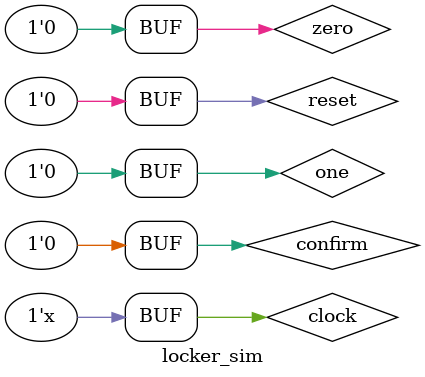
<source format=v>
`timescale 1ns / 1ps

module locker_sim;

    parameter PERIOD = 10;
    
    reg zero;
    reg one;
    reg confirm;
    reg clock;
    reg reset;
    wire [1:0]unlock;
    wire [11:0] count_sum;
    
    initial
        begin
        zero = 0;
        one = 0;
        clock = 0;
        confirm = 0;
        reset = 0;
        #50000000 one = 1;
        #50000000 one = 0;
        #50000000 one = 1;
        #50000000 one = 0;
        #50000000 zero = 1;
        #50000000 zero = 0;
        #50000000 zero = 1;
        #50000000 zero = 0;
        #30000000 confirm = 1;
        #30000000 confirm = 0;
        end
        
    always #(PERIOD/2) clock = ~clock;
    
    locker uut( .zero_key(zero), .one_key(one), .confirm_key(confirm), .clock(clock), .led(unlock), .reset_key(reset), .key_count_sum(count_sum),.seg0(), .seg1(), .seg_ctrl0(), .seg_ctrl1());
    
endmodule

</source>
